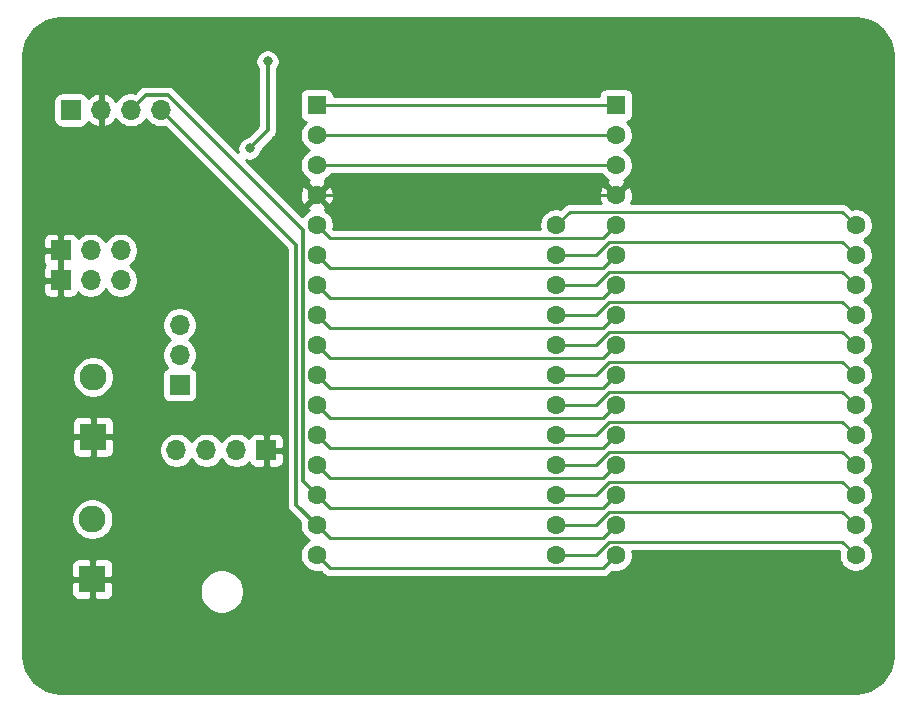
<source format=gbr>
G04 #@! TF.GenerationSoftware,KiCad,Pcbnew,(5.1.5)-3*
G04 #@! TF.CreationDate,2021-12-12T15:23:53-06:00*
G04 #@! TF.ProjectId,RCFeatherControl,52434665-6174-4686-9572-436f6e74726f,rev?*
G04 #@! TF.SameCoordinates,Original*
G04 #@! TF.FileFunction,Copper,L2,Bot*
G04 #@! TF.FilePolarity,Positive*
%FSLAX46Y46*%
G04 Gerber Fmt 4.6, Leading zero omitted, Abs format (unit mm)*
G04 Created by KiCad (PCBNEW (5.1.5)-3) date 2021-12-12 15:23:53*
%MOMM*%
%LPD*%
G04 APERTURE LIST*
%ADD10R,1.700000X1.700000*%
%ADD11O,1.700000X1.700000*%
%ADD12C,1.600000*%
%ADD13R,1.600000X1.600000*%
%ADD14R,2.286000X2.286000*%
%ADD15C,2.286000*%
%ADD16C,0.800000*%
%ADD17C,0.250000*%
%ADD18C,0.360000*%
%ADD19C,0.254000*%
G04 APERTURE END LIST*
D10*
X136812800Y-131219160D03*
D11*
X134272800Y-131219160D03*
X131732800Y-131219160D03*
X129192800Y-131219160D03*
D12*
X141067940Y-135028940D03*
X141067940Y-132488940D03*
X141067940Y-129948940D03*
X141067940Y-127408940D03*
X141067940Y-124868940D03*
X141067940Y-122328940D03*
X141067940Y-119788940D03*
X141067940Y-117248940D03*
X141067940Y-114708940D03*
X141067940Y-112168940D03*
X141067940Y-109628940D03*
X141067940Y-107088940D03*
X141067940Y-104548940D03*
D13*
X141067940Y-102008940D03*
D12*
X161367940Y-140108940D03*
X161367940Y-137568940D03*
X161367940Y-135028940D03*
X161367940Y-132488940D03*
X161367940Y-129948940D03*
X161367940Y-127408940D03*
X161367940Y-124868940D03*
X161367940Y-122328940D03*
X161367940Y-119788940D03*
X161367940Y-117248940D03*
X161367940Y-114708940D03*
X161367940Y-112168940D03*
X141067940Y-137568940D03*
X141067940Y-140108940D03*
D14*
X122074940Y-142138400D03*
D15*
X122074940Y-137058400D03*
D12*
X166397940Y-135028940D03*
X166397940Y-132488940D03*
X166397940Y-129948940D03*
X166397940Y-127408940D03*
X166397940Y-124868940D03*
X166397940Y-122328940D03*
X166397940Y-119788940D03*
X166397940Y-117248940D03*
X166397940Y-114708940D03*
X166397940Y-112168940D03*
X166397940Y-109628940D03*
X166397940Y-107088940D03*
X166397940Y-104548940D03*
D13*
X166397940Y-102008940D03*
D12*
X186697940Y-140108940D03*
X186697940Y-137568940D03*
X186697940Y-135028940D03*
X186697940Y-132488940D03*
X186697940Y-129948940D03*
X186697940Y-127408940D03*
X186697940Y-124868940D03*
X186697940Y-122328940D03*
X186697940Y-119788940D03*
X186697940Y-117248940D03*
X186697940Y-114708940D03*
X186697940Y-112168940D03*
X166397940Y-137568940D03*
X166397940Y-140108940D03*
D10*
X119380000Y-114300000D03*
D11*
X121920000Y-114300000D03*
X124460000Y-114300000D03*
X124460000Y-116840000D03*
X121920000Y-116840000D03*
D10*
X119380000Y-116840000D03*
D14*
X122130820Y-130096260D03*
D15*
X122130820Y-125016260D03*
D10*
X120269000Y-102412800D03*
D11*
X122809000Y-102412800D03*
X125349000Y-102412800D03*
X127889000Y-102412800D03*
D10*
X129458720Y-125684280D03*
D11*
X129458720Y-123144280D03*
X129458720Y-120604280D03*
D16*
X136906000Y-98298000D03*
X135382000Y-105664000D03*
D17*
X185572939Y-116123939D02*
X186697940Y-117248940D01*
X165857939Y-116123939D02*
X185572939Y-116123939D01*
X164732938Y-117248940D02*
X165857939Y-116123939D01*
X161367940Y-117248940D02*
X164732938Y-117248940D01*
X166397940Y-109628940D02*
X141067940Y-109628940D01*
X141067940Y-104548940D02*
X166397940Y-104548940D01*
X185572939Y-138983939D02*
X186697940Y-140108940D01*
X165857939Y-138983939D02*
X185572939Y-138983939D01*
X164732938Y-140108940D02*
X165857939Y-138983939D01*
X161367940Y-140108940D02*
X164732938Y-140108940D01*
D18*
X136906000Y-98298000D02*
X136906000Y-104140000D01*
X136906000Y-104140000D02*
X135382000Y-105664000D01*
D17*
X185572939Y-136443939D02*
X186697940Y-137568940D01*
X165857939Y-136443939D02*
X185572939Y-136443939D01*
X164732938Y-137568940D02*
X165857939Y-136443939D01*
X161367940Y-137568940D02*
X164732938Y-137568940D01*
X185572939Y-126283939D02*
X186697940Y-127408940D01*
X165857939Y-126283939D02*
X185572939Y-126283939D01*
X164732938Y-127408940D02*
X165857939Y-126283939D01*
X161367940Y-127408940D02*
X164732938Y-127408940D01*
X185572939Y-128823939D02*
X186697940Y-129948940D01*
X165857939Y-128823939D02*
X185572939Y-128823939D01*
X164732938Y-129948940D02*
X165857939Y-128823939D01*
X161367940Y-129948940D02*
X164732938Y-129948940D01*
X185572939Y-118663939D02*
X186697940Y-119788940D01*
X165857939Y-118663939D02*
X185572939Y-118663939D01*
X164732938Y-119788940D02*
X165857939Y-118663939D01*
X161367940Y-119788940D02*
X164732938Y-119788940D01*
X185572939Y-121203939D02*
X186697940Y-122328940D01*
X165857939Y-121203939D02*
X185572939Y-121203939D01*
X164732938Y-122328940D02*
X165857939Y-121203939D01*
X161367940Y-122328940D02*
X164732938Y-122328940D01*
X165272939Y-133613941D02*
X166397940Y-132488940D01*
X142192941Y-133613941D02*
X165272939Y-133613941D01*
X141067940Y-132488940D02*
X142192941Y-133613941D01*
X142192941Y-131073941D02*
X165272939Y-131073941D01*
X165272939Y-131073941D02*
X166397940Y-129948940D01*
X141067940Y-129948940D02*
X142192941Y-131073941D01*
X165272939Y-128533941D02*
X166397940Y-127408940D01*
X142192941Y-128533941D02*
X165272939Y-128533941D01*
X141067940Y-127408940D02*
X142192941Y-128533941D01*
X165272939Y-120913941D02*
X166397940Y-119788940D01*
X142192941Y-120913941D02*
X165272939Y-120913941D01*
X141067940Y-119788940D02*
X142192941Y-120913941D01*
X165272939Y-118373941D02*
X166397940Y-117248940D01*
X142192941Y-118373941D02*
X165272939Y-118373941D01*
X141067940Y-117248940D02*
X142192941Y-118373941D01*
X141067940Y-107088940D02*
X166397940Y-107088940D01*
X141067940Y-102008940D02*
X166397940Y-102008940D01*
X185572939Y-133903939D02*
X186697940Y-135028940D01*
X165857939Y-133903939D02*
X185572939Y-133903939D01*
X164732938Y-135028940D02*
X165857939Y-133903939D01*
X161367940Y-135028940D02*
X164732938Y-135028940D01*
X185572939Y-131363939D02*
X186697940Y-132488940D01*
X165857939Y-131363939D02*
X185572939Y-131363939D01*
X164732938Y-132488940D02*
X165857939Y-131363939D01*
X161367940Y-132488940D02*
X164732938Y-132488940D01*
X185572939Y-123743939D02*
X186697940Y-124868940D01*
X165857939Y-123743939D02*
X185572939Y-123743939D01*
X164732938Y-124868940D02*
X165857939Y-123743939D01*
X161367940Y-124868940D02*
X164732938Y-124868940D01*
X185572939Y-113583939D02*
X186697940Y-114708940D01*
X165857939Y-113583939D02*
X185572939Y-113583939D01*
X164732938Y-114708940D02*
X165857939Y-113583939D01*
X161367940Y-114708940D02*
X164732938Y-114708940D01*
X161367940Y-112168940D02*
X162492941Y-111043939D01*
X185572939Y-111043939D02*
X186697940Y-112168940D01*
X162492941Y-111043939D02*
X185572939Y-111043939D01*
X165272939Y-138693941D02*
X166397940Y-137568940D01*
X142192941Y-138693941D02*
X165272939Y-138693941D01*
X141067940Y-137568940D02*
X142192941Y-138693941D01*
D18*
X128738999Y-103262799D02*
X127889000Y-102412800D01*
X139327929Y-113851729D02*
X128738999Y-103262799D01*
X139327929Y-135828929D02*
X139327929Y-113851729D01*
X141067940Y-137568940D02*
X139327929Y-135828929D01*
D17*
X165272939Y-141233941D02*
X166397940Y-140108940D01*
X142192941Y-141233941D02*
X165272939Y-141233941D01*
X141067940Y-140108940D02*
X142192941Y-141233941D01*
X165272939Y-136153941D02*
X166397940Y-135028940D01*
X142192941Y-136153941D02*
X165272939Y-136153941D01*
X141067940Y-135028940D02*
X142192941Y-136153941D01*
D18*
X128479401Y-101182799D02*
X126579001Y-101182799D01*
X126198999Y-101562801D02*
X125349000Y-102412800D01*
X139887939Y-112591337D02*
X128479401Y-101182799D01*
X126579001Y-101182799D02*
X126198999Y-101562801D01*
X139887939Y-133848939D02*
X139887939Y-112591337D01*
X141067940Y-135028940D02*
X139887939Y-133848939D01*
D17*
X165272939Y-125993941D02*
X166397940Y-124868940D01*
X142192941Y-125993941D02*
X165272939Y-125993941D01*
X141067940Y-124868940D02*
X142192941Y-125993941D01*
X165272939Y-123453941D02*
X166397940Y-122328940D01*
X142192941Y-123453941D02*
X165272939Y-123453941D01*
X141067940Y-122328940D02*
X142192941Y-123453941D01*
X165272939Y-115833941D02*
X166397940Y-114708940D01*
X142192941Y-115833941D02*
X165272939Y-115833941D01*
X141067940Y-114708940D02*
X142192941Y-115833941D01*
X165272939Y-113293941D02*
X166397940Y-112168940D01*
X142192941Y-113293941D02*
X165272939Y-113293941D01*
X141067940Y-112168940D02*
X142192941Y-113293941D01*
D19*
G36*
X187301222Y-94703096D02*
G01*
X187889164Y-94880606D01*
X188431436Y-95168937D01*
X188907364Y-95557094D01*
X189298845Y-96030314D01*
X189590951Y-96570552D01*
X189772563Y-97157244D01*
X189840001Y-97798888D01*
X189840000Y-148557721D01*
X189776904Y-149201221D01*
X189599394Y-149789164D01*
X189311063Y-150331436D01*
X188922906Y-150807364D01*
X188449686Y-151198845D01*
X187909449Y-151490950D01*
X187322756Y-151672563D01*
X186681130Y-151740000D01*
X119412279Y-151740000D01*
X118768779Y-151676904D01*
X118180836Y-151499394D01*
X117638564Y-151211063D01*
X117162636Y-150822906D01*
X116771155Y-150349686D01*
X116479050Y-149809449D01*
X116297437Y-149222756D01*
X116230000Y-148581130D01*
X116230000Y-143281400D01*
X120293868Y-143281400D01*
X120306128Y-143405882D01*
X120342438Y-143525580D01*
X120401403Y-143635894D01*
X120480755Y-143732585D01*
X120577446Y-143811937D01*
X120687760Y-143870902D01*
X120807458Y-143907212D01*
X120931940Y-143919472D01*
X121789190Y-143916400D01*
X121947940Y-143757650D01*
X121947940Y-142265400D01*
X122201940Y-142265400D01*
X122201940Y-143757650D01*
X122360690Y-143916400D01*
X123217940Y-143919472D01*
X123342422Y-143907212D01*
X123462120Y-143870902D01*
X123572434Y-143811937D01*
X123669125Y-143732585D01*
X123748477Y-143635894D01*
X123807442Y-143525580D01*
X123843752Y-143405882D01*
X123856012Y-143281400D01*
X123854977Y-142992504D01*
X131155900Y-142992504D01*
X131155900Y-143363816D01*
X131228339Y-143727994D01*
X131370434Y-144071042D01*
X131576725Y-144379778D01*
X131839282Y-144642335D01*
X132148018Y-144848626D01*
X132491066Y-144990721D01*
X132855244Y-145063160D01*
X133226556Y-145063160D01*
X133590734Y-144990721D01*
X133933782Y-144848626D01*
X134242518Y-144642335D01*
X134505075Y-144379778D01*
X134711366Y-144071042D01*
X134853461Y-143727994D01*
X134925900Y-143363816D01*
X134925900Y-142992504D01*
X134853461Y-142628326D01*
X134711366Y-142285278D01*
X134505075Y-141976542D01*
X134242518Y-141713985D01*
X133933782Y-141507694D01*
X133590734Y-141365599D01*
X133226556Y-141293160D01*
X132855244Y-141293160D01*
X132491066Y-141365599D01*
X132148018Y-141507694D01*
X131839282Y-141713985D01*
X131576725Y-141976542D01*
X131370434Y-142285278D01*
X131228339Y-142628326D01*
X131155900Y-142992504D01*
X123854977Y-142992504D01*
X123852940Y-142424150D01*
X123694190Y-142265400D01*
X122201940Y-142265400D01*
X121947940Y-142265400D01*
X120455690Y-142265400D01*
X120296940Y-142424150D01*
X120293868Y-143281400D01*
X116230000Y-143281400D01*
X116230000Y-140995400D01*
X120293868Y-140995400D01*
X120296940Y-141852650D01*
X120455690Y-142011400D01*
X121947940Y-142011400D01*
X121947940Y-140519150D01*
X122201940Y-140519150D01*
X122201940Y-142011400D01*
X123694190Y-142011400D01*
X123852940Y-141852650D01*
X123856012Y-140995400D01*
X123843752Y-140870918D01*
X123807442Y-140751220D01*
X123748477Y-140640906D01*
X123669125Y-140544215D01*
X123572434Y-140464863D01*
X123462120Y-140405898D01*
X123342422Y-140369588D01*
X123217940Y-140357328D01*
X122360690Y-140360400D01*
X122201940Y-140519150D01*
X121947940Y-140519150D01*
X121789190Y-140360400D01*
X120931940Y-140357328D01*
X120807458Y-140369588D01*
X120687760Y-140405898D01*
X120577446Y-140464863D01*
X120480755Y-140544215D01*
X120401403Y-140640906D01*
X120342438Y-140751220D01*
X120306128Y-140870918D01*
X120293868Y-140995400D01*
X116230000Y-140995400D01*
X116230000Y-136883282D01*
X120296940Y-136883282D01*
X120296940Y-137233518D01*
X120365268Y-137577023D01*
X120499297Y-137900599D01*
X120693877Y-138191809D01*
X120941531Y-138439463D01*
X121232741Y-138634043D01*
X121556317Y-138768072D01*
X121899822Y-138836400D01*
X122250058Y-138836400D01*
X122593563Y-138768072D01*
X122917139Y-138634043D01*
X123208349Y-138439463D01*
X123456003Y-138191809D01*
X123650583Y-137900599D01*
X123784612Y-137577023D01*
X123852940Y-137233518D01*
X123852940Y-136883282D01*
X123784612Y-136539777D01*
X123650583Y-136216201D01*
X123456003Y-135924991D01*
X123208349Y-135677337D01*
X122917139Y-135482757D01*
X122593563Y-135348728D01*
X122250058Y-135280400D01*
X121899822Y-135280400D01*
X121556317Y-135348728D01*
X121232741Y-135482757D01*
X120941531Y-135677337D01*
X120693877Y-135924991D01*
X120499297Y-136216201D01*
X120365268Y-136539777D01*
X120296940Y-136883282D01*
X116230000Y-136883282D01*
X116230000Y-131239260D01*
X120349748Y-131239260D01*
X120362008Y-131363742D01*
X120398318Y-131483440D01*
X120457283Y-131593754D01*
X120536635Y-131690445D01*
X120633326Y-131769797D01*
X120743640Y-131828762D01*
X120863338Y-131865072D01*
X120987820Y-131877332D01*
X121845070Y-131874260D01*
X122003820Y-131715510D01*
X122003820Y-130223260D01*
X122257820Y-130223260D01*
X122257820Y-131715510D01*
X122416570Y-131874260D01*
X123273820Y-131877332D01*
X123398302Y-131865072D01*
X123518000Y-131828762D01*
X123628314Y-131769797D01*
X123725005Y-131690445D01*
X123804357Y-131593754D01*
X123863322Y-131483440D01*
X123899632Y-131363742D01*
X123911892Y-131239260D01*
X123911296Y-131072900D01*
X127707800Y-131072900D01*
X127707800Y-131365420D01*
X127764868Y-131652318D01*
X127876810Y-131922571D01*
X128039325Y-132165792D01*
X128246168Y-132372635D01*
X128489389Y-132535150D01*
X128759642Y-132647092D01*
X129046540Y-132704160D01*
X129339060Y-132704160D01*
X129625958Y-132647092D01*
X129896211Y-132535150D01*
X130139432Y-132372635D01*
X130346275Y-132165792D01*
X130462800Y-131991400D01*
X130579325Y-132165792D01*
X130786168Y-132372635D01*
X131029389Y-132535150D01*
X131299642Y-132647092D01*
X131586540Y-132704160D01*
X131879060Y-132704160D01*
X132165958Y-132647092D01*
X132436211Y-132535150D01*
X132679432Y-132372635D01*
X132886275Y-132165792D01*
X133002800Y-131991400D01*
X133119325Y-132165792D01*
X133326168Y-132372635D01*
X133569389Y-132535150D01*
X133839642Y-132647092D01*
X134126540Y-132704160D01*
X134419060Y-132704160D01*
X134705958Y-132647092D01*
X134976211Y-132535150D01*
X135219432Y-132372635D01*
X135351287Y-132240780D01*
X135373298Y-132313340D01*
X135432263Y-132423654D01*
X135511615Y-132520345D01*
X135608306Y-132599697D01*
X135718620Y-132658662D01*
X135838318Y-132694972D01*
X135962800Y-132707232D01*
X136527050Y-132704160D01*
X136685800Y-132545410D01*
X136685800Y-131346160D01*
X136939800Y-131346160D01*
X136939800Y-132545410D01*
X137098550Y-132704160D01*
X137662800Y-132707232D01*
X137787282Y-132694972D01*
X137906980Y-132658662D01*
X138017294Y-132599697D01*
X138113985Y-132520345D01*
X138193337Y-132423654D01*
X138252302Y-132313340D01*
X138288612Y-132193642D01*
X138300872Y-132069160D01*
X138297800Y-131504910D01*
X138139050Y-131346160D01*
X136939800Y-131346160D01*
X136685800Y-131346160D01*
X136665800Y-131346160D01*
X136665800Y-131092160D01*
X136685800Y-131092160D01*
X136685800Y-129892910D01*
X136939800Y-129892910D01*
X136939800Y-131092160D01*
X138139050Y-131092160D01*
X138297800Y-130933410D01*
X138300872Y-130369160D01*
X138288612Y-130244678D01*
X138252302Y-130124980D01*
X138193337Y-130014666D01*
X138113985Y-129917975D01*
X138017294Y-129838623D01*
X137906980Y-129779658D01*
X137787282Y-129743348D01*
X137662800Y-129731088D01*
X137098550Y-129734160D01*
X136939800Y-129892910D01*
X136685800Y-129892910D01*
X136527050Y-129734160D01*
X135962800Y-129731088D01*
X135838318Y-129743348D01*
X135718620Y-129779658D01*
X135608306Y-129838623D01*
X135511615Y-129917975D01*
X135432263Y-130014666D01*
X135373298Y-130124980D01*
X135351287Y-130197540D01*
X135219432Y-130065685D01*
X134976211Y-129903170D01*
X134705958Y-129791228D01*
X134419060Y-129734160D01*
X134126540Y-129734160D01*
X133839642Y-129791228D01*
X133569389Y-129903170D01*
X133326168Y-130065685D01*
X133119325Y-130272528D01*
X133002800Y-130446920D01*
X132886275Y-130272528D01*
X132679432Y-130065685D01*
X132436211Y-129903170D01*
X132165958Y-129791228D01*
X131879060Y-129734160D01*
X131586540Y-129734160D01*
X131299642Y-129791228D01*
X131029389Y-129903170D01*
X130786168Y-130065685D01*
X130579325Y-130272528D01*
X130462800Y-130446920D01*
X130346275Y-130272528D01*
X130139432Y-130065685D01*
X129896211Y-129903170D01*
X129625958Y-129791228D01*
X129339060Y-129734160D01*
X129046540Y-129734160D01*
X128759642Y-129791228D01*
X128489389Y-129903170D01*
X128246168Y-130065685D01*
X128039325Y-130272528D01*
X127876810Y-130515749D01*
X127764868Y-130786002D01*
X127707800Y-131072900D01*
X123911296Y-131072900D01*
X123908820Y-130382010D01*
X123750070Y-130223260D01*
X122257820Y-130223260D01*
X122003820Y-130223260D01*
X120511570Y-130223260D01*
X120352820Y-130382010D01*
X120349748Y-131239260D01*
X116230000Y-131239260D01*
X116230000Y-128953260D01*
X120349748Y-128953260D01*
X120352820Y-129810510D01*
X120511570Y-129969260D01*
X122003820Y-129969260D01*
X122003820Y-128477010D01*
X122257820Y-128477010D01*
X122257820Y-129969260D01*
X123750070Y-129969260D01*
X123908820Y-129810510D01*
X123911892Y-128953260D01*
X123899632Y-128828778D01*
X123863322Y-128709080D01*
X123804357Y-128598766D01*
X123725005Y-128502075D01*
X123628314Y-128422723D01*
X123518000Y-128363758D01*
X123398302Y-128327448D01*
X123273820Y-128315188D01*
X122416570Y-128318260D01*
X122257820Y-128477010D01*
X122003820Y-128477010D01*
X121845070Y-128318260D01*
X120987820Y-128315188D01*
X120863338Y-128327448D01*
X120743640Y-128363758D01*
X120633326Y-128422723D01*
X120536635Y-128502075D01*
X120457283Y-128598766D01*
X120398318Y-128709080D01*
X120362008Y-128828778D01*
X120349748Y-128953260D01*
X116230000Y-128953260D01*
X116230000Y-124841142D01*
X120352820Y-124841142D01*
X120352820Y-125191378D01*
X120421148Y-125534883D01*
X120555177Y-125858459D01*
X120749757Y-126149669D01*
X120997411Y-126397323D01*
X121288621Y-126591903D01*
X121612197Y-126725932D01*
X121955702Y-126794260D01*
X122305938Y-126794260D01*
X122649443Y-126725932D01*
X122973019Y-126591903D01*
X123264229Y-126397323D01*
X123511883Y-126149669D01*
X123706463Y-125858459D01*
X123840492Y-125534883D01*
X123908820Y-125191378D01*
X123908820Y-124841142D01*
X123907456Y-124834280D01*
X127970648Y-124834280D01*
X127970648Y-126534280D01*
X127982908Y-126658762D01*
X128019218Y-126778460D01*
X128078183Y-126888774D01*
X128157535Y-126985465D01*
X128254226Y-127064817D01*
X128364540Y-127123782D01*
X128484238Y-127160092D01*
X128608720Y-127172352D01*
X130308720Y-127172352D01*
X130433202Y-127160092D01*
X130552900Y-127123782D01*
X130663214Y-127064817D01*
X130759905Y-126985465D01*
X130839257Y-126888774D01*
X130898222Y-126778460D01*
X130934532Y-126658762D01*
X130946792Y-126534280D01*
X130946792Y-124834280D01*
X130934532Y-124709798D01*
X130898222Y-124590100D01*
X130839257Y-124479786D01*
X130759905Y-124383095D01*
X130663214Y-124303743D01*
X130552900Y-124244778D01*
X130480340Y-124222767D01*
X130612195Y-124090912D01*
X130774710Y-123847691D01*
X130886652Y-123577438D01*
X130943720Y-123290540D01*
X130943720Y-122998020D01*
X130886652Y-122711122D01*
X130774710Y-122440869D01*
X130612195Y-122197648D01*
X130405352Y-121990805D01*
X130230960Y-121874280D01*
X130405352Y-121757755D01*
X130612195Y-121550912D01*
X130774710Y-121307691D01*
X130886652Y-121037438D01*
X130943720Y-120750540D01*
X130943720Y-120458020D01*
X130886652Y-120171122D01*
X130774710Y-119900869D01*
X130612195Y-119657648D01*
X130405352Y-119450805D01*
X130162131Y-119288290D01*
X129891878Y-119176348D01*
X129604980Y-119119280D01*
X129312460Y-119119280D01*
X129025562Y-119176348D01*
X128755309Y-119288290D01*
X128512088Y-119450805D01*
X128305245Y-119657648D01*
X128142730Y-119900869D01*
X128030788Y-120171122D01*
X127973720Y-120458020D01*
X127973720Y-120750540D01*
X128030788Y-121037438D01*
X128142730Y-121307691D01*
X128305245Y-121550912D01*
X128512088Y-121757755D01*
X128686480Y-121874280D01*
X128512088Y-121990805D01*
X128305245Y-122197648D01*
X128142730Y-122440869D01*
X128030788Y-122711122D01*
X127973720Y-122998020D01*
X127973720Y-123290540D01*
X128030788Y-123577438D01*
X128142730Y-123847691D01*
X128305245Y-124090912D01*
X128437100Y-124222767D01*
X128364540Y-124244778D01*
X128254226Y-124303743D01*
X128157535Y-124383095D01*
X128078183Y-124479786D01*
X128019218Y-124590100D01*
X127982908Y-124709798D01*
X127970648Y-124834280D01*
X123907456Y-124834280D01*
X123840492Y-124497637D01*
X123706463Y-124174061D01*
X123511883Y-123882851D01*
X123264229Y-123635197D01*
X122973019Y-123440617D01*
X122649443Y-123306588D01*
X122305938Y-123238260D01*
X121955702Y-123238260D01*
X121612197Y-123306588D01*
X121288621Y-123440617D01*
X120997411Y-123635197D01*
X120749757Y-123882851D01*
X120555177Y-124174061D01*
X120421148Y-124497637D01*
X120352820Y-124841142D01*
X116230000Y-124841142D01*
X116230000Y-117690000D01*
X117891928Y-117690000D01*
X117904188Y-117814482D01*
X117940498Y-117934180D01*
X117999463Y-118044494D01*
X118078815Y-118141185D01*
X118175506Y-118220537D01*
X118285820Y-118279502D01*
X118405518Y-118315812D01*
X118530000Y-118328072D01*
X119094250Y-118325000D01*
X119253000Y-118166250D01*
X119253000Y-116967000D01*
X118053750Y-116967000D01*
X117895000Y-117125750D01*
X117891928Y-117690000D01*
X116230000Y-117690000D01*
X116230000Y-115150000D01*
X117891928Y-115150000D01*
X117904188Y-115274482D01*
X117940498Y-115394180D01*
X117999463Y-115504494D01*
X118053222Y-115570000D01*
X117999463Y-115635506D01*
X117940498Y-115745820D01*
X117904188Y-115865518D01*
X117891928Y-115990000D01*
X117895000Y-116554250D01*
X118053750Y-116713000D01*
X119253000Y-116713000D01*
X119253000Y-114427000D01*
X118053750Y-114427000D01*
X117895000Y-114585750D01*
X117891928Y-115150000D01*
X116230000Y-115150000D01*
X116230000Y-113450000D01*
X117891928Y-113450000D01*
X117895000Y-114014250D01*
X118053750Y-114173000D01*
X119253000Y-114173000D01*
X119253000Y-112973750D01*
X119507000Y-112973750D01*
X119507000Y-114173000D01*
X119527000Y-114173000D01*
X119527000Y-114427000D01*
X119507000Y-114427000D01*
X119507000Y-116713000D01*
X119527000Y-116713000D01*
X119527000Y-116967000D01*
X119507000Y-116967000D01*
X119507000Y-118166250D01*
X119665750Y-118325000D01*
X120230000Y-118328072D01*
X120354482Y-118315812D01*
X120474180Y-118279502D01*
X120584494Y-118220537D01*
X120681185Y-118141185D01*
X120760537Y-118044494D01*
X120819502Y-117934180D01*
X120841513Y-117861620D01*
X120973368Y-117993475D01*
X121216589Y-118155990D01*
X121486842Y-118267932D01*
X121773740Y-118325000D01*
X122066260Y-118325000D01*
X122353158Y-118267932D01*
X122623411Y-118155990D01*
X122866632Y-117993475D01*
X123073475Y-117786632D01*
X123190000Y-117612240D01*
X123306525Y-117786632D01*
X123513368Y-117993475D01*
X123756589Y-118155990D01*
X124026842Y-118267932D01*
X124313740Y-118325000D01*
X124606260Y-118325000D01*
X124893158Y-118267932D01*
X125163411Y-118155990D01*
X125406632Y-117993475D01*
X125613475Y-117786632D01*
X125775990Y-117543411D01*
X125887932Y-117273158D01*
X125945000Y-116986260D01*
X125945000Y-116693740D01*
X125887932Y-116406842D01*
X125775990Y-116136589D01*
X125613475Y-115893368D01*
X125406632Y-115686525D01*
X125232240Y-115570000D01*
X125406632Y-115453475D01*
X125613475Y-115246632D01*
X125775990Y-115003411D01*
X125887932Y-114733158D01*
X125945000Y-114446260D01*
X125945000Y-114153740D01*
X125887932Y-113866842D01*
X125775990Y-113596589D01*
X125613475Y-113353368D01*
X125406632Y-113146525D01*
X125163411Y-112984010D01*
X124893158Y-112872068D01*
X124606260Y-112815000D01*
X124313740Y-112815000D01*
X124026842Y-112872068D01*
X123756589Y-112984010D01*
X123513368Y-113146525D01*
X123306525Y-113353368D01*
X123190000Y-113527760D01*
X123073475Y-113353368D01*
X122866632Y-113146525D01*
X122623411Y-112984010D01*
X122353158Y-112872068D01*
X122066260Y-112815000D01*
X121773740Y-112815000D01*
X121486842Y-112872068D01*
X121216589Y-112984010D01*
X120973368Y-113146525D01*
X120841513Y-113278380D01*
X120819502Y-113205820D01*
X120760537Y-113095506D01*
X120681185Y-112998815D01*
X120584494Y-112919463D01*
X120474180Y-112860498D01*
X120354482Y-112824188D01*
X120230000Y-112811928D01*
X119665750Y-112815000D01*
X119507000Y-112973750D01*
X119253000Y-112973750D01*
X119094250Y-112815000D01*
X118530000Y-112811928D01*
X118405518Y-112824188D01*
X118285820Y-112860498D01*
X118175506Y-112919463D01*
X118078815Y-112998815D01*
X117999463Y-113095506D01*
X117940498Y-113205820D01*
X117904188Y-113325518D01*
X117891928Y-113450000D01*
X116230000Y-113450000D01*
X116230000Y-101562800D01*
X118780928Y-101562800D01*
X118780928Y-103262800D01*
X118793188Y-103387282D01*
X118829498Y-103506980D01*
X118888463Y-103617294D01*
X118967815Y-103713985D01*
X119064506Y-103793337D01*
X119174820Y-103852302D01*
X119294518Y-103888612D01*
X119419000Y-103900872D01*
X121119000Y-103900872D01*
X121243482Y-103888612D01*
X121363180Y-103852302D01*
X121473494Y-103793337D01*
X121570185Y-103713985D01*
X121649537Y-103617294D01*
X121708502Y-103506980D01*
X121732966Y-103426334D01*
X121808731Y-103510388D01*
X122042080Y-103684441D01*
X122304901Y-103809625D01*
X122452110Y-103854276D01*
X122682000Y-103732955D01*
X122682000Y-102539800D01*
X122662000Y-102539800D01*
X122662000Y-102285800D01*
X122682000Y-102285800D01*
X122682000Y-101092645D01*
X122936000Y-101092645D01*
X122936000Y-102285800D01*
X122956000Y-102285800D01*
X122956000Y-102539800D01*
X122936000Y-102539800D01*
X122936000Y-103732955D01*
X123165890Y-103854276D01*
X123313099Y-103809625D01*
X123575920Y-103684441D01*
X123809269Y-103510388D01*
X124004178Y-103294155D01*
X124073805Y-103177266D01*
X124195525Y-103359432D01*
X124402368Y-103566275D01*
X124645589Y-103728790D01*
X124915842Y-103840732D01*
X125202740Y-103897800D01*
X125495260Y-103897800D01*
X125782158Y-103840732D01*
X126052411Y-103728790D01*
X126295632Y-103566275D01*
X126502475Y-103359432D01*
X126619000Y-103185040D01*
X126735525Y-103359432D01*
X126942368Y-103566275D01*
X127185589Y-103728790D01*
X127455842Y-103840732D01*
X127742740Y-103897800D01*
X128035260Y-103897800D01*
X128190531Y-103866915D01*
X128191014Y-103867398D01*
X128191020Y-103867403D01*
X138512930Y-114189314D01*
X138512929Y-135788906D01*
X138508987Y-135828929D01*
X138512929Y-135868952D01*
X138512929Y-135868961D01*
X138524722Y-135988696D01*
X138571324Y-136142324D01*
X138596320Y-136189087D01*
X138647003Y-136283909D01*
X138662611Y-136302927D01*
X138748849Y-136408009D01*
X138779949Y-136433532D01*
X139656347Y-137309931D01*
X139632940Y-137427605D01*
X139632940Y-137710275D01*
X139688087Y-137987514D01*
X139796260Y-138248667D01*
X139953303Y-138483699D01*
X140153181Y-138683577D01*
X140385699Y-138838940D01*
X140153181Y-138994303D01*
X139953303Y-139194181D01*
X139796260Y-139429213D01*
X139688087Y-139690366D01*
X139632940Y-139967605D01*
X139632940Y-140250275D01*
X139688087Y-140527514D01*
X139796260Y-140788667D01*
X139953303Y-141023699D01*
X140153181Y-141223577D01*
X140388213Y-141380620D01*
X140649366Y-141488793D01*
X140926605Y-141543940D01*
X141209275Y-141543940D01*
X141391826Y-141507628D01*
X141629142Y-141744944D01*
X141652940Y-141773942D01*
X141768665Y-141868915D01*
X141900694Y-141939487D01*
X142043955Y-141982944D01*
X142155608Y-141993941D01*
X142155616Y-141993941D01*
X142192941Y-141997617D01*
X142230266Y-141993941D01*
X165235617Y-141993941D01*
X165272939Y-141997617D01*
X165310261Y-141993941D01*
X165310272Y-141993941D01*
X165421925Y-141982944D01*
X165565186Y-141939487D01*
X165697215Y-141868915D01*
X165812940Y-141773942D01*
X165836743Y-141744939D01*
X166074053Y-141507628D01*
X166256605Y-141543940D01*
X166539275Y-141543940D01*
X166816514Y-141488793D01*
X167077667Y-141380620D01*
X167312699Y-141223577D01*
X167512577Y-141023699D01*
X167669620Y-140788667D01*
X167777793Y-140527514D01*
X167832940Y-140250275D01*
X167832940Y-139967605D01*
X167788449Y-139743939D01*
X185258138Y-139743939D01*
X185299252Y-139785053D01*
X185262940Y-139967605D01*
X185262940Y-140250275D01*
X185318087Y-140527514D01*
X185426260Y-140788667D01*
X185583303Y-141023699D01*
X185783181Y-141223577D01*
X186018213Y-141380620D01*
X186279366Y-141488793D01*
X186556605Y-141543940D01*
X186839275Y-141543940D01*
X187116514Y-141488793D01*
X187377667Y-141380620D01*
X187612699Y-141223577D01*
X187812577Y-141023699D01*
X187969620Y-140788667D01*
X188077793Y-140527514D01*
X188132940Y-140250275D01*
X188132940Y-139967605D01*
X188077793Y-139690366D01*
X187969620Y-139429213D01*
X187812577Y-139194181D01*
X187612699Y-138994303D01*
X187380181Y-138838940D01*
X187612699Y-138683577D01*
X187812577Y-138483699D01*
X187969620Y-138248667D01*
X188077793Y-137987514D01*
X188132940Y-137710275D01*
X188132940Y-137427605D01*
X188077793Y-137150366D01*
X187969620Y-136889213D01*
X187812577Y-136654181D01*
X187612699Y-136454303D01*
X187380181Y-136298940D01*
X187612699Y-136143577D01*
X187812577Y-135943699D01*
X187969620Y-135708667D01*
X188077793Y-135447514D01*
X188132940Y-135170275D01*
X188132940Y-134887605D01*
X188077793Y-134610366D01*
X187969620Y-134349213D01*
X187812577Y-134114181D01*
X187612699Y-133914303D01*
X187380181Y-133758940D01*
X187612699Y-133603577D01*
X187812577Y-133403699D01*
X187969620Y-133168667D01*
X188077793Y-132907514D01*
X188132940Y-132630275D01*
X188132940Y-132347605D01*
X188077793Y-132070366D01*
X187969620Y-131809213D01*
X187812577Y-131574181D01*
X187612699Y-131374303D01*
X187380181Y-131218940D01*
X187612699Y-131063577D01*
X187812577Y-130863699D01*
X187969620Y-130628667D01*
X188077793Y-130367514D01*
X188132940Y-130090275D01*
X188132940Y-129807605D01*
X188077793Y-129530366D01*
X187969620Y-129269213D01*
X187812577Y-129034181D01*
X187612699Y-128834303D01*
X187380181Y-128678940D01*
X187612699Y-128523577D01*
X187812577Y-128323699D01*
X187969620Y-128088667D01*
X188077793Y-127827514D01*
X188132940Y-127550275D01*
X188132940Y-127267605D01*
X188077793Y-126990366D01*
X187969620Y-126729213D01*
X187812577Y-126494181D01*
X187612699Y-126294303D01*
X187380181Y-126138940D01*
X187612699Y-125983577D01*
X187812577Y-125783699D01*
X187969620Y-125548667D01*
X188077793Y-125287514D01*
X188132940Y-125010275D01*
X188132940Y-124727605D01*
X188077793Y-124450366D01*
X187969620Y-124189213D01*
X187812577Y-123954181D01*
X187612699Y-123754303D01*
X187380181Y-123598940D01*
X187612699Y-123443577D01*
X187812577Y-123243699D01*
X187969620Y-123008667D01*
X188077793Y-122747514D01*
X188132940Y-122470275D01*
X188132940Y-122187605D01*
X188077793Y-121910366D01*
X187969620Y-121649213D01*
X187812577Y-121414181D01*
X187612699Y-121214303D01*
X187380181Y-121058940D01*
X187612699Y-120903577D01*
X187812577Y-120703699D01*
X187969620Y-120468667D01*
X188077793Y-120207514D01*
X188132940Y-119930275D01*
X188132940Y-119647605D01*
X188077793Y-119370366D01*
X187969620Y-119109213D01*
X187812577Y-118874181D01*
X187612699Y-118674303D01*
X187380181Y-118518940D01*
X187612699Y-118363577D01*
X187812577Y-118163699D01*
X187969620Y-117928667D01*
X188077793Y-117667514D01*
X188132940Y-117390275D01*
X188132940Y-117107605D01*
X188077793Y-116830366D01*
X187969620Y-116569213D01*
X187812577Y-116334181D01*
X187612699Y-116134303D01*
X187380181Y-115978940D01*
X187612699Y-115823577D01*
X187812577Y-115623699D01*
X187969620Y-115388667D01*
X188077793Y-115127514D01*
X188132940Y-114850275D01*
X188132940Y-114567605D01*
X188077793Y-114290366D01*
X187969620Y-114029213D01*
X187812577Y-113794181D01*
X187612699Y-113594303D01*
X187380181Y-113438940D01*
X187612699Y-113283577D01*
X187812577Y-113083699D01*
X187969620Y-112848667D01*
X188077793Y-112587514D01*
X188132940Y-112310275D01*
X188132940Y-112027605D01*
X188077793Y-111750366D01*
X187969620Y-111489213D01*
X187812577Y-111254181D01*
X187612699Y-111054303D01*
X187377667Y-110897260D01*
X187116514Y-110789087D01*
X186839275Y-110733940D01*
X186556605Y-110733940D01*
X186374053Y-110770252D01*
X186136743Y-110532941D01*
X186112940Y-110503938D01*
X185997215Y-110408965D01*
X185865186Y-110338393D01*
X185721925Y-110294936D01*
X185610272Y-110283939D01*
X185610261Y-110283939D01*
X185572939Y-110280263D01*
X185535617Y-110283939D01*
X167675547Y-110283939D01*
X167755511Y-110114944D01*
X167824240Y-109840756D01*
X167838157Y-109558428D01*
X167796727Y-109278810D01*
X167701543Y-109012648D01*
X167634611Y-108887426D01*
X167390642Y-108815843D01*
X166577545Y-109628940D01*
X166591688Y-109643083D01*
X166412083Y-109822688D01*
X166397940Y-109808545D01*
X166383798Y-109822688D01*
X166204193Y-109643083D01*
X166218335Y-109628940D01*
X165405238Y-108815843D01*
X165161269Y-108887426D01*
X165040369Y-109142936D01*
X164971640Y-109417124D01*
X164957723Y-109699452D01*
X164999153Y-109979070D01*
X165094337Y-110245232D01*
X165115026Y-110283939D01*
X162530266Y-110283939D01*
X162492941Y-110280263D01*
X162455616Y-110283939D01*
X162455608Y-110283939D01*
X162343955Y-110294936D01*
X162200694Y-110338393D01*
X162068665Y-110408965D01*
X161952940Y-110503938D01*
X161929142Y-110532936D01*
X161691826Y-110770252D01*
X161509275Y-110733940D01*
X161226605Y-110733940D01*
X160949366Y-110789087D01*
X160688213Y-110897260D01*
X160453181Y-111054303D01*
X160253303Y-111254181D01*
X160096260Y-111489213D01*
X159988087Y-111750366D01*
X159932940Y-112027605D01*
X159932940Y-112310275D01*
X159977431Y-112533941D01*
X142507743Y-112533941D01*
X142466628Y-112492826D01*
X142502940Y-112310275D01*
X142502940Y-112027605D01*
X142447793Y-111750366D01*
X142339620Y-111489213D01*
X142182577Y-111254181D01*
X141982699Y-111054303D01*
X141748812Y-110898025D01*
X141809454Y-110865611D01*
X141881037Y-110621642D01*
X141067940Y-109808545D01*
X140254843Y-110621642D01*
X140326426Y-110865611D01*
X140390932Y-110896134D01*
X140388213Y-110897260D01*
X140153181Y-111054303D01*
X139953303Y-111254181D01*
X139853193Y-111404007D01*
X138148638Y-109699452D01*
X139627723Y-109699452D01*
X139669153Y-109979070D01*
X139764337Y-110245232D01*
X139831269Y-110370454D01*
X140075238Y-110442037D01*
X140888335Y-109628940D01*
X141247545Y-109628940D01*
X142060642Y-110442037D01*
X142304611Y-110370454D01*
X142425511Y-110114944D01*
X142494240Y-109840756D01*
X142508157Y-109558428D01*
X142466727Y-109278810D01*
X142371543Y-109012648D01*
X142304611Y-108887426D01*
X142060642Y-108815843D01*
X141247545Y-109628940D01*
X140888335Y-109628940D01*
X140075238Y-108815843D01*
X139831269Y-108887426D01*
X139710369Y-109142936D01*
X139641640Y-109417124D01*
X139627723Y-109699452D01*
X138148638Y-109699452D01*
X135115441Y-106666255D01*
X135280061Y-106699000D01*
X135483939Y-106699000D01*
X135683898Y-106659226D01*
X135872256Y-106581205D01*
X136041774Y-106467937D01*
X136185937Y-106323774D01*
X136299205Y-106154256D01*
X136377226Y-105965898D01*
X136413116Y-105785468D01*
X137453985Y-104744599D01*
X137485080Y-104719080D01*
X137586926Y-104594980D01*
X137662605Y-104453396D01*
X137709207Y-104299768D01*
X137721000Y-104180033D01*
X137721000Y-104180024D01*
X137724942Y-104140001D01*
X137721000Y-104099978D01*
X137721000Y-101208940D01*
X139629868Y-101208940D01*
X139629868Y-102808940D01*
X139642128Y-102933422D01*
X139678438Y-103053120D01*
X139737403Y-103163434D01*
X139816755Y-103260125D01*
X139913446Y-103339477D01*
X140023760Y-103398442D01*
X140143458Y-103434752D01*
X140151901Y-103435583D01*
X139953303Y-103634181D01*
X139796260Y-103869213D01*
X139688087Y-104130366D01*
X139632940Y-104407605D01*
X139632940Y-104690275D01*
X139688087Y-104967514D01*
X139796260Y-105228667D01*
X139953303Y-105463699D01*
X140153181Y-105663577D01*
X140385699Y-105818940D01*
X140153181Y-105974303D01*
X139953303Y-106174181D01*
X139796260Y-106409213D01*
X139688087Y-106670366D01*
X139632940Y-106947605D01*
X139632940Y-107230275D01*
X139688087Y-107507514D01*
X139796260Y-107768667D01*
X139953303Y-108003699D01*
X140153181Y-108203577D01*
X140387068Y-108359855D01*
X140326426Y-108392269D01*
X140254843Y-108636238D01*
X141067940Y-109449335D01*
X141881037Y-108636238D01*
X141809454Y-108392269D01*
X141744948Y-108361746D01*
X141747667Y-108360620D01*
X141982699Y-108203577D01*
X142182577Y-108003699D01*
X142285983Y-107848940D01*
X165179897Y-107848940D01*
X165283303Y-108003699D01*
X165483181Y-108203577D01*
X165717068Y-108359855D01*
X165656426Y-108392269D01*
X165584843Y-108636238D01*
X166397940Y-109449335D01*
X167211037Y-108636238D01*
X167139454Y-108392269D01*
X167074948Y-108361746D01*
X167077667Y-108360620D01*
X167312699Y-108203577D01*
X167512577Y-108003699D01*
X167669620Y-107768667D01*
X167777793Y-107507514D01*
X167832940Y-107230275D01*
X167832940Y-106947605D01*
X167777793Y-106670366D01*
X167669620Y-106409213D01*
X167512577Y-106174181D01*
X167312699Y-105974303D01*
X167080181Y-105818940D01*
X167312699Y-105663577D01*
X167512577Y-105463699D01*
X167669620Y-105228667D01*
X167777793Y-104967514D01*
X167832940Y-104690275D01*
X167832940Y-104407605D01*
X167777793Y-104130366D01*
X167669620Y-103869213D01*
X167512577Y-103634181D01*
X167313979Y-103435583D01*
X167322422Y-103434752D01*
X167442120Y-103398442D01*
X167552434Y-103339477D01*
X167649125Y-103260125D01*
X167728477Y-103163434D01*
X167787442Y-103053120D01*
X167823752Y-102933422D01*
X167836012Y-102808940D01*
X167836012Y-101208940D01*
X167823752Y-101084458D01*
X167787442Y-100964760D01*
X167728477Y-100854446D01*
X167649125Y-100757755D01*
X167552434Y-100678403D01*
X167442120Y-100619438D01*
X167322422Y-100583128D01*
X167197940Y-100570868D01*
X165597940Y-100570868D01*
X165473458Y-100583128D01*
X165353760Y-100619438D01*
X165243446Y-100678403D01*
X165146755Y-100757755D01*
X165067403Y-100854446D01*
X165008438Y-100964760D01*
X164972128Y-101084458D01*
X164959868Y-101208940D01*
X164959868Y-101248940D01*
X142506012Y-101248940D01*
X142506012Y-101208940D01*
X142493752Y-101084458D01*
X142457442Y-100964760D01*
X142398477Y-100854446D01*
X142319125Y-100757755D01*
X142222434Y-100678403D01*
X142112120Y-100619438D01*
X141992422Y-100583128D01*
X141867940Y-100570868D01*
X140267940Y-100570868D01*
X140143458Y-100583128D01*
X140023760Y-100619438D01*
X139913446Y-100678403D01*
X139816755Y-100757755D01*
X139737403Y-100854446D01*
X139678438Y-100964760D01*
X139642128Y-101084458D01*
X139629868Y-101208940D01*
X137721000Y-101208940D01*
X137721000Y-98941217D01*
X137823205Y-98788256D01*
X137901226Y-98599898D01*
X137941000Y-98399939D01*
X137941000Y-98196061D01*
X137901226Y-97996102D01*
X137823205Y-97807744D01*
X137709937Y-97638226D01*
X137565774Y-97494063D01*
X137396256Y-97380795D01*
X137207898Y-97302774D01*
X137007939Y-97263000D01*
X136804061Y-97263000D01*
X136604102Y-97302774D01*
X136415744Y-97380795D01*
X136246226Y-97494063D01*
X136102063Y-97638226D01*
X135988795Y-97807744D01*
X135910774Y-97996102D01*
X135871000Y-98196061D01*
X135871000Y-98399939D01*
X135910774Y-98599898D01*
X135988795Y-98788256D01*
X136091000Y-98941217D01*
X136091001Y-103802415D01*
X135260532Y-104632884D01*
X135080102Y-104668774D01*
X134891744Y-104746795D01*
X134722226Y-104860063D01*
X134578063Y-105004226D01*
X134464795Y-105173744D01*
X134386774Y-105362102D01*
X134347000Y-105562061D01*
X134347000Y-105765939D01*
X134379745Y-105930559D01*
X129084004Y-100634819D01*
X129058481Y-100603719D01*
X128934381Y-100501873D01*
X128792797Y-100426194D01*
X128639169Y-100379592D01*
X128519434Y-100367799D01*
X128519424Y-100367799D01*
X128479401Y-100363857D01*
X128439378Y-100367799D01*
X126619024Y-100367799D01*
X126579001Y-100363857D01*
X126538978Y-100367799D01*
X126538968Y-100367799D01*
X126419233Y-100379592D01*
X126265605Y-100426194D01*
X126124021Y-100501873D01*
X125999921Y-100603719D01*
X125974398Y-100634819D01*
X125651020Y-100958197D01*
X125651014Y-100958202D01*
X125650531Y-100958685D01*
X125495260Y-100927800D01*
X125202740Y-100927800D01*
X124915842Y-100984868D01*
X124645589Y-101096810D01*
X124402368Y-101259325D01*
X124195525Y-101466168D01*
X124073805Y-101648334D01*
X124004178Y-101531445D01*
X123809269Y-101315212D01*
X123575920Y-101141159D01*
X123313099Y-101015975D01*
X123165890Y-100971324D01*
X122936000Y-101092645D01*
X122682000Y-101092645D01*
X122452110Y-100971324D01*
X122304901Y-101015975D01*
X122042080Y-101141159D01*
X121808731Y-101315212D01*
X121732966Y-101399266D01*
X121708502Y-101318620D01*
X121649537Y-101208306D01*
X121570185Y-101111615D01*
X121473494Y-101032263D01*
X121363180Y-100973298D01*
X121243482Y-100936988D01*
X121119000Y-100924728D01*
X119419000Y-100924728D01*
X119294518Y-100936988D01*
X119174820Y-100973298D01*
X119064506Y-101032263D01*
X118967815Y-101111615D01*
X118888463Y-101208306D01*
X118829498Y-101318620D01*
X118793188Y-101438318D01*
X118780928Y-101562800D01*
X116230000Y-101562800D01*
X116230000Y-97822279D01*
X116293096Y-97178778D01*
X116470606Y-96590836D01*
X116758937Y-96048564D01*
X117147094Y-95572636D01*
X117620314Y-95181155D01*
X118160552Y-94889049D01*
X118747244Y-94707437D01*
X119388879Y-94640000D01*
X186657721Y-94640000D01*
X187301222Y-94703096D01*
G37*
X187301222Y-94703096D02*
X187889164Y-94880606D01*
X188431436Y-95168937D01*
X188907364Y-95557094D01*
X189298845Y-96030314D01*
X189590951Y-96570552D01*
X189772563Y-97157244D01*
X189840001Y-97798888D01*
X189840000Y-148557721D01*
X189776904Y-149201221D01*
X189599394Y-149789164D01*
X189311063Y-150331436D01*
X188922906Y-150807364D01*
X188449686Y-151198845D01*
X187909449Y-151490950D01*
X187322756Y-151672563D01*
X186681130Y-151740000D01*
X119412279Y-151740000D01*
X118768779Y-151676904D01*
X118180836Y-151499394D01*
X117638564Y-151211063D01*
X117162636Y-150822906D01*
X116771155Y-150349686D01*
X116479050Y-149809449D01*
X116297437Y-149222756D01*
X116230000Y-148581130D01*
X116230000Y-143281400D01*
X120293868Y-143281400D01*
X120306128Y-143405882D01*
X120342438Y-143525580D01*
X120401403Y-143635894D01*
X120480755Y-143732585D01*
X120577446Y-143811937D01*
X120687760Y-143870902D01*
X120807458Y-143907212D01*
X120931940Y-143919472D01*
X121789190Y-143916400D01*
X121947940Y-143757650D01*
X121947940Y-142265400D01*
X122201940Y-142265400D01*
X122201940Y-143757650D01*
X122360690Y-143916400D01*
X123217940Y-143919472D01*
X123342422Y-143907212D01*
X123462120Y-143870902D01*
X123572434Y-143811937D01*
X123669125Y-143732585D01*
X123748477Y-143635894D01*
X123807442Y-143525580D01*
X123843752Y-143405882D01*
X123856012Y-143281400D01*
X123854977Y-142992504D01*
X131155900Y-142992504D01*
X131155900Y-143363816D01*
X131228339Y-143727994D01*
X131370434Y-144071042D01*
X131576725Y-144379778D01*
X131839282Y-144642335D01*
X132148018Y-144848626D01*
X132491066Y-144990721D01*
X132855244Y-145063160D01*
X133226556Y-145063160D01*
X133590734Y-144990721D01*
X133933782Y-144848626D01*
X134242518Y-144642335D01*
X134505075Y-144379778D01*
X134711366Y-144071042D01*
X134853461Y-143727994D01*
X134925900Y-143363816D01*
X134925900Y-142992504D01*
X134853461Y-142628326D01*
X134711366Y-142285278D01*
X134505075Y-141976542D01*
X134242518Y-141713985D01*
X133933782Y-141507694D01*
X133590734Y-141365599D01*
X133226556Y-141293160D01*
X132855244Y-141293160D01*
X132491066Y-141365599D01*
X132148018Y-141507694D01*
X131839282Y-141713985D01*
X131576725Y-141976542D01*
X131370434Y-142285278D01*
X131228339Y-142628326D01*
X131155900Y-142992504D01*
X123854977Y-142992504D01*
X123852940Y-142424150D01*
X123694190Y-142265400D01*
X122201940Y-142265400D01*
X121947940Y-142265400D01*
X120455690Y-142265400D01*
X120296940Y-142424150D01*
X120293868Y-143281400D01*
X116230000Y-143281400D01*
X116230000Y-140995400D01*
X120293868Y-140995400D01*
X120296940Y-141852650D01*
X120455690Y-142011400D01*
X121947940Y-142011400D01*
X121947940Y-140519150D01*
X122201940Y-140519150D01*
X122201940Y-142011400D01*
X123694190Y-142011400D01*
X123852940Y-141852650D01*
X123856012Y-140995400D01*
X123843752Y-140870918D01*
X123807442Y-140751220D01*
X123748477Y-140640906D01*
X123669125Y-140544215D01*
X123572434Y-140464863D01*
X123462120Y-140405898D01*
X123342422Y-140369588D01*
X123217940Y-140357328D01*
X122360690Y-140360400D01*
X122201940Y-140519150D01*
X121947940Y-140519150D01*
X121789190Y-140360400D01*
X120931940Y-140357328D01*
X120807458Y-140369588D01*
X120687760Y-140405898D01*
X120577446Y-140464863D01*
X120480755Y-140544215D01*
X120401403Y-140640906D01*
X120342438Y-140751220D01*
X120306128Y-140870918D01*
X120293868Y-140995400D01*
X116230000Y-140995400D01*
X116230000Y-136883282D01*
X120296940Y-136883282D01*
X120296940Y-137233518D01*
X120365268Y-137577023D01*
X120499297Y-137900599D01*
X120693877Y-138191809D01*
X120941531Y-138439463D01*
X121232741Y-138634043D01*
X121556317Y-138768072D01*
X121899822Y-138836400D01*
X122250058Y-138836400D01*
X122593563Y-138768072D01*
X122917139Y-138634043D01*
X123208349Y-138439463D01*
X123456003Y-138191809D01*
X123650583Y-137900599D01*
X123784612Y-137577023D01*
X123852940Y-137233518D01*
X123852940Y-136883282D01*
X123784612Y-136539777D01*
X123650583Y-136216201D01*
X123456003Y-135924991D01*
X123208349Y-135677337D01*
X122917139Y-135482757D01*
X122593563Y-135348728D01*
X122250058Y-135280400D01*
X121899822Y-135280400D01*
X121556317Y-135348728D01*
X121232741Y-135482757D01*
X120941531Y-135677337D01*
X120693877Y-135924991D01*
X120499297Y-136216201D01*
X120365268Y-136539777D01*
X120296940Y-136883282D01*
X116230000Y-136883282D01*
X116230000Y-131239260D01*
X120349748Y-131239260D01*
X120362008Y-131363742D01*
X120398318Y-131483440D01*
X120457283Y-131593754D01*
X120536635Y-131690445D01*
X120633326Y-131769797D01*
X120743640Y-131828762D01*
X120863338Y-131865072D01*
X120987820Y-131877332D01*
X121845070Y-131874260D01*
X122003820Y-131715510D01*
X122003820Y-130223260D01*
X122257820Y-130223260D01*
X122257820Y-131715510D01*
X122416570Y-131874260D01*
X123273820Y-131877332D01*
X123398302Y-131865072D01*
X123518000Y-131828762D01*
X123628314Y-131769797D01*
X123725005Y-131690445D01*
X123804357Y-131593754D01*
X123863322Y-131483440D01*
X123899632Y-131363742D01*
X123911892Y-131239260D01*
X123911296Y-131072900D01*
X127707800Y-131072900D01*
X127707800Y-131365420D01*
X127764868Y-131652318D01*
X127876810Y-131922571D01*
X128039325Y-132165792D01*
X128246168Y-132372635D01*
X128489389Y-132535150D01*
X128759642Y-132647092D01*
X129046540Y-132704160D01*
X129339060Y-132704160D01*
X129625958Y-132647092D01*
X129896211Y-132535150D01*
X130139432Y-132372635D01*
X130346275Y-132165792D01*
X130462800Y-131991400D01*
X130579325Y-132165792D01*
X130786168Y-132372635D01*
X131029389Y-132535150D01*
X131299642Y-132647092D01*
X131586540Y-132704160D01*
X131879060Y-132704160D01*
X132165958Y-132647092D01*
X132436211Y-132535150D01*
X132679432Y-132372635D01*
X132886275Y-132165792D01*
X133002800Y-131991400D01*
X133119325Y-132165792D01*
X133326168Y-132372635D01*
X133569389Y-132535150D01*
X133839642Y-132647092D01*
X134126540Y-132704160D01*
X134419060Y-132704160D01*
X134705958Y-132647092D01*
X134976211Y-132535150D01*
X135219432Y-132372635D01*
X135351287Y-132240780D01*
X135373298Y-132313340D01*
X135432263Y-132423654D01*
X135511615Y-132520345D01*
X135608306Y-132599697D01*
X135718620Y-132658662D01*
X135838318Y-132694972D01*
X135962800Y-132707232D01*
X136527050Y-132704160D01*
X136685800Y-132545410D01*
X136685800Y-131346160D01*
X136939800Y-131346160D01*
X136939800Y-132545410D01*
X137098550Y-132704160D01*
X137662800Y-132707232D01*
X137787282Y-132694972D01*
X137906980Y-132658662D01*
X138017294Y-132599697D01*
X138113985Y-132520345D01*
X138193337Y-132423654D01*
X138252302Y-132313340D01*
X138288612Y-132193642D01*
X138300872Y-132069160D01*
X138297800Y-131504910D01*
X138139050Y-131346160D01*
X136939800Y-131346160D01*
X136685800Y-131346160D01*
X136665800Y-131346160D01*
X136665800Y-131092160D01*
X136685800Y-131092160D01*
X136685800Y-129892910D01*
X136939800Y-129892910D01*
X136939800Y-131092160D01*
X138139050Y-131092160D01*
X138297800Y-130933410D01*
X138300872Y-130369160D01*
X138288612Y-130244678D01*
X138252302Y-130124980D01*
X138193337Y-130014666D01*
X138113985Y-129917975D01*
X138017294Y-129838623D01*
X137906980Y-129779658D01*
X137787282Y-129743348D01*
X137662800Y-129731088D01*
X137098550Y-129734160D01*
X136939800Y-129892910D01*
X136685800Y-129892910D01*
X136527050Y-129734160D01*
X135962800Y-129731088D01*
X135838318Y-129743348D01*
X135718620Y-129779658D01*
X135608306Y-129838623D01*
X135511615Y-129917975D01*
X135432263Y-130014666D01*
X135373298Y-130124980D01*
X135351287Y-130197540D01*
X135219432Y-130065685D01*
X134976211Y-129903170D01*
X134705958Y-129791228D01*
X134419060Y-129734160D01*
X134126540Y-129734160D01*
X133839642Y-129791228D01*
X133569389Y-129903170D01*
X133326168Y-130065685D01*
X133119325Y-130272528D01*
X133002800Y-130446920D01*
X132886275Y-130272528D01*
X132679432Y-130065685D01*
X132436211Y-129903170D01*
X132165958Y-129791228D01*
X131879060Y-129734160D01*
X131586540Y-129734160D01*
X131299642Y-129791228D01*
X131029389Y-129903170D01*
X130786168Y-130065685D01*
X130579325Y-130272528D01*
X130462800Y-130446920D01*
X130346275Y-130272528D01*
X130139432Y-130065685D01*
X129896211Y-129903170D01*
X129625958Y-129791228D01*
X129339060Y-129734160D01*
X129046540Y-129734160D01*
X128759642Y-129791228D01*
X128489389Y-129903170D01*
X128246168Y-130065685D01*
X128039325Y-130272528D01*
X127876810Y-130515749D01*
X127764868Y-130786002D01*
X127707800Y-131072900D01*
X123911296Y-131072900D01*
X123908820Y-130382010D01*
X123750070Y-130223260D01*
X122257820Y-130223260D01*
X122003820Y-130223260D01*
X120511570Y-130223260D01*
X120352820Y-130382010D01*
X120349748Y-131239260D01*
X116230000Y-131239260D01*
X116230000Y-128953260D01*
X120349748Y-128953260D01*
X120352820Y-129810510D01*
X120511570Y-129969260D01*
X122003820Y-129969260D01*
X122003820Y-128477010D01*
X122257820Y-128477010D01*
X122257820Y-129969260D01*
X123750070Y-129969260D01*
X123908820Y-129810510D01*
X123911892Y-128953260D01*
X123899632Y-128828778D01*
X123863322Y-128709080D01*
X123804357Y-128598766D01*
X123725005Y-128502075D01*
X123628314Y-128422723D01*
X123518000Y-128363758D01*
X123398302Y-128327448D01*
X123273820Y-128315188D01*
X122416570Y-128318260D01*
X122257820Y-128477010D01*
X122003820Y-128477010D01*
X121845070Y-128318260D01*
X120987820Y-128315188D01*
X120863338Y-128327448D01*
X120743640Y-128363758D01*
X120633326Y-128422723D01*
X120536635Y-128502075D01*
X120457283Y-128598766D01*
X120398318Y-128709080D01*
X120362008Y-128828778D01*
X120349748Y-128953260D01*
X116230000Y-128953260D01*
X116230000Y-124841142D01*
X120352820Y-124841142D01*
X120352820Y-125191378D01*
X120421148Y-125534883D01*
X120555177Y-125858459D01*
X120749757Y-126149669D01*
X120997411Y-126397323D01*
X121288621Y-126591903D01*
X121612197Y-126725932D01*
X121955702Y-126794260D01*
X122305938Y-126794260D01*
X122649443Y-126725932D01*
X122973019Y-126591903D01*
X123264229Y-126397323D01*
X123511883Y-126149669D01*
X123706463Y-125858459D01*
X123840492Y-125534883D01*
X123908820Y-125191378D01*
X123908820Y-124841142D01*
X123907456Y-124834280D01*
X127970648Y-124834280D01*
X127970648Y-126534280D01*
X127982908Y-126658762D01*
X128019218Y-126778460D01*
X128078183Y-126888774D01*
X128157535Y-126985465D01*
X128254226Y-127064817D01*
X128364540Y-127123782D01*
X128484238Y-127160092D01*
X128608720Y-127172352D01*
X130308720Y-127172352D01*
X130433202Y-127160092D01*
X130552900Y-127123782D01*
X130663214Y-127064817D01*
X130759905Y-126985465D01*
X130839257Y-126888774D01*
X130898222Y-126778460D01*
X130934532Y-126658762D01*
X130946792Y-126534280D01*
X130946792Y-124834280D01*
X130934532Y-124709798D01*
X130898222Y-124590100D01*
X130839257Y-124479786D01*
X130759905Y-124383095D01*
X130663214Y-124303743D01*
X130552900Y-124244778D01*
X130480340Y-124222767D01*
X130612195Y-124090912D01*
X130774710Y-123847691D01*
X130886652Y-123577438D01*
X130943720Y-123290540D01*
X130943720Y-122998020D01*
X130886652Y-122711122D01*
X130774710Y-122440869D01*
X130612195Y-122197648D01*
X130405352Y-121990805D01*
X130230960Y-121874280D01*
X130405352Y-121757755D01*
X130612195Y-121550912D01*
X130774710Y-121307691D01*
X130886652Y-121037438D01*
X130943720Y-120750540D01*
X130943720Y-120458020D01*
X130886652Y-120171122D01*
X130774710Y-119900869D01*
X130612195Y-119657648D01*
X130405352Y-119450805D01*
X130162131Y-119288290D01*
X129891878Y-119176348D01*
X129604980Y-119119280D01*
X129312460Y-119119280D01*
X129025562Y-119176348D01*
X128755309Y-119288290D01*
X128512088Y-119450805D01*
X128305245Y-119657648D01*
X128142730Y-119900869D01*
X128030788Y-120171122D01*
X127973720Y-120458020D01*
X127973720Y-120750540D01*
X128030788Y-121037438D01*
X128142730Y-121307691D01*
X128305245Y-121550912D01*
X128512088Y-121757755D01*
X128686480Y-121874280D01*
X128512088Y-121990805D01*
X128305245Y-122197648D01*
X128142730Y-122440869D01*
X128030788Y-122711122D01*
X127973720Y-122998020D01*
X127973720Y-123290540D01*
X128030788Y-123577438D01*
X128142730Y-123847691D01*
X128305245Y-124090912D01*
X128437100Y-124222767D01*
X128364540Y-124244778D01*
X128254226Y-124303743D01*
X128157535Y-124383095D01*
X128078183Y-124479786D01*
X128019218Y-124590100D01*
X127982908Y-124709798D01*
X127970648Y-124834280D01*
X123907456Y-124834280D01*
X123840492Y-124497637D01*
X123706463Y-124174061D01*
X123511883Y-123882851D01*
X123264229Y-123635197D01*
X122973019Y-123440617D01*
X122649443Y-123306588D01*
X122305938Y-123238260D01*
X121955702Y-123238260D01*
X121612197Y-123306588D01*
X121288621Y-123440617D01*
X120997411Y-123635197D01*
X120749757Y-123882851D01*
X120555177Y-124174061D01*
X120421148Y-124497637D01*
X120352820Y-124841142D01*
X116230000Y-124841142D01*
X116230000Y-117690000D01*
X117891928Y-117690000D01*
X117904188Y-117814482D01*
X117940498Y-117934180D01*
X117999463Y-118044494D01*
X118078815Y-118141185D01*
X118175506Y-118220537D01*
X118285820Y-118279502D01*
X118405518Y-118315812D01*
X118530000Y-118328072D01*
X119094250Y-118325000D01*
X119253000Y-118166250D01*
X119253000Y-116967000D01*
X118053750Y-116967000D01*
X117895000Y-117125750D01*
X117891928Y-117690000D01*
X116230000Y-117690000D01*
X116230000Y-115150000D01*
X117891928Y-115150000D01*
X117904188Y-115274482D01*
X117940498Y-115394180D01*
X117999463Y-115504494D01*
X118053222Y-115570000D01*
X117999463Y-115635506D01*
X117940498Y-115745820D01*
X117904188Y-115865518D01*
X117891928Y-115990000D01*
X117895000Y-116554250D01*
X118053750Y-116713000D01*
X119253000Y-116713000D01*
X119253000Y-114427000D01*
X118053750Y-114427000D01*
X117895000Y-114585750D01*
X117891928Y-115150000D01*
X116230000Y-115150000D01*
X116230000Y-113450000D01*
X117891928Y-113450000D01*
X117895000Y-114014250D01*
X118053750Y-114173000D01*
X119253000Y-114173000D01*
X119253000Y-112973750D01*
X119507000Y-112973750D01*
X119507000Y-114173000D01*
X119527000Y-114173000D01*
X119527000Y-114427000D01*
X119507000Y-114427000D01*
X119507000Y-116713000D01*
X119527000Y-116713000D01*
X119527000Y-116967000D01*
X119507000Y-116967000D01*
X119507000Y-118166250D01*
X119665750Y-118325000D01*
X120230000Y-118328072D01*
X120354482Y-118315812D01*
X120474180Y-118279502D01*
X120584494Y-118220537D01*
X120681185Y-118141185D01*
X120760537Y-118044494D01*
X120819502Y-117934180D01*
X120841513Y-117861620D01*
X120973368Y-117993475D01*
X121216589Y-118155990D01*
X121486842Y-118267932D01*
X121773740Y-118325000D01*
X122066260Y-118325000D01*
X122353158Y-118267932D01*
X122623411Y-118155990D01*
X122866632Y-117993475D01*
X123073475Y-117786632D01*
X123190000Y-117612240D01*
X123306525Y-117786632D01*
X123513368Y-117993475D01*
X123756589Y-118155990D01*
X124026842Y-118267932D01*
X124313740Y-118325000D01*
X124606260Y-118325000D01*
X124893158Y-118267932D01*
X125163411Y-118155990D01*
X125406632Y-117993475D01*
X125613475Y-117786632D01*
X125775990Y-117543411D01*
X125887932Y-117273158D01*
X125945000Y-116986260D01*
X125945000Y-116693740D01*
X125887932Y-116406842D01*
X125775990Y-116136589D01*
X125613475Y-115893368D01*
X125406632Y-115686525D01*
X125232240Y-115570000D01*
X125406632Y-115453475D01*
X125613475Y-115246632D01*
X125775990Y-115003411D01*
X125887932Y-114733158D01*
X125945000Y-114446260D01*
X125945000Y-114153740D01*
X125887932Y-113866842D01*
X125775990Y-113596589D01*
X125613475Y-113353368D01*
X125406632Y-113146525D01*
X125163411Y-112984010D01*
X124893158Y-112872068D01*
X124606260Y-112815000D01*
X124313740Y-112815000D01*
X124026842Y-112872068D01*
X123756589Y-112984010D01*
X123513368Y-113146525D01*
X123306525Y-113353368D01*
X123190000Y-113527760D01*
X123073475Y-113353368D01*
X122866632Y-113146525D01*
X122623411Y-112984010D01*
X122353158Y-112872068D01*
X122066260Y-112815000D01*
X121773740Y-112815000D01*
X121486842Y-112872068D01*
X121216589Y-112984010D01*
X120973368Y-113146525D01*
X120841513Y-113278380D01*
X120819502Y-113205820D01*
X120760537Y-113095506D01*
X120681185Y-112998815D01*
X120584494Y-112919463D01*
X120474180Y-112860498D01*
X120354482Y-112824188D01*
X120230000Y-112811928D01*
X119665750Y-112815000D01*
X119507000Y-112973750D01*
X119253000Y-112973750D01*
X119094250Y-112815000D01*
X118530000Y-112811928D01*
X118405518Y-112824188D01*
X118285820Y-112860498D01*
X118175506Y-112919463D01*
X118078815Y-112998815D01*
X117999463Y-113095506D01*
X117940498Y-113205820D01*
X117904188Y-113325518D01*
X117891928Y-113450000D01*
X116230000Y-113450000D01*
X116230000Y-101562800D01*
X118780928Y-101562800D01*
X118780928Y-103262800D01*
X118793188Y-103387282D01*
X118829498Y-103506980D01*
X118888463Y-103617294D01*
X118967815Y-103713985D01*
X119064506Y-103793337D01*
X119174820Y-103852302D01*
X119294518Y-103888612D01*
X119419000Y-103900872D01*
X121119000Y-103900872D01*
X121243482Y-103888612D01*
X121363180Y-103852302D01*
X121473494Y-103793337D01*
X121570185Y-103713985D01*
X121649537Y-103617294D01*
X121708502Y-103506980D01*
X121732966Y-103426334D01*
X121808731Y-103510388D01*
X122042080Y-103684441D01*
X122304901Y-103809625D01*
X122452110Y-103854276D01*
X122682000Y-103732955D01*
X122682000Y-102539800D01*
X122662000Y-102539800D01*
X122662000Y-102285800D01*
X122682000Y-102285800D01*
X122682000Y-101092645D01*
X122936000Y-101092645D01*
X122936000Y-102285800D01*
X122956000Y-102285800D01*
X122956000Y-102539800D01*
X122936000Y-102539800D01*
X122936000Y-103732955D01*
X123165890Y-103854276D01*
X123313099Y-103809625D01*
X123575920Y-103684441D01*
X123809269Y-103510388D01*
X124004178Y-103294155D01*
X124073805Y-103177266D01*
X124195525Y-103359432D01*
X124402368Y-103566275D01*
X124645589Y-103728790D01*
X124915842Y-103840732D01*
X125202740Y-103897800D01*
X125495260Y-103897800D01*
X125782158Y-103840732D01*
X126052411Y-103728790D01*
X126295632Y-103566275D01*
X126502475Y-103359432D01*
X126619000Y-103185040D01*
X126735525Y-103359432D01*
X126942368Y-103566275D01*
X127185589Y-103728790D01*
X127455842Y-103840732D01*
X127742740Y-103897800D01*
X128035260Y-103897800D01*
X128190531Y-103866915D01*
X128191014Y-103867398D01*
X128191020Y-103867403D01*
X138512930Y-114189314D01*
X138512929Y-135788906D01*
X138508987Y-135828929D01*
X138512929Y-135868952D01*
X138512929Y-135868961D01*
X138524722Y-135988696D01*
X138571324Y-136142324D01*
X138596320Y-136189087D01*
X138647003Y-136283909D01*
X138662611Y-136302927D01*
X138748849Y-136408009D01*
X138779949Y-136433532D01*
X139656347Y-137309931D01*
X139632940Y-137427605D01*
X139632940Y-137710275D01*
X139688087Y-137987514D01*
X139796260Y-138248667D01*
X139953303Y-138483699D01*
X140153181Y-138683577D01*
X140385699Y-138838940D01*
X140153181Y-138994303D01*
X139953303Y-139194181D01*
X139796260Y-139429213D01*
X139688087Y-139690366D01*
X139632940Y-139967605D01*
X139632940Y-140250275D01*
X139688087Y-140527514D01*
X139796260Y-140788667D01*
X139953303Y-141023699D01*
X140153181Y-141223577D01*
X140388213Y-141380620D01*
X140649366Y-141488793D01*
X140926605Y-141543940D01*
X141209275Y-141543940D01*
X141391826Y-141507628D01*
X141629142Y-141744944D01*
X141652940Y-141773942D01*
X141768665Y-141868915D01*
X141900694Y-141939487D01*
X142043955Y-141982944D01*
X142155608Y-141993941D01*
X142155616Y-141993941D01*
X142192941Y-141997617D01*
X142230266Y-141993941D01*
X165235617Y-141993941D01*
X165272939Y-141997617D01*
X165310261Y-141993941D01*
X165310272Y-141993941D01*
X165421925Y-141982944D01*
X165565186Y-141939487D01*
X165697215Y-141868915D01*
X165812940Y-141773942D01*
X165836743Y-141744939D01*
X166074053Y-141507628D01*
X166256605Y-141543940D01*
X166539275Y-141543940D01*
X166816514Y-141488793D01*
X167077667Y-141380620D01*
X167312699Y-141223577D01*
X167512577Y-141023699D01*
X167669620Y-140788667D01*
X167777793Y-140527514D01*
X167832940Y-140250275D01*
X167832940Y-139967605D01*
X167788449Y-139743939D01*
X185258138Y-139743939D01*
X185299252Y-139785053D01*
X185262940Y-139967605D01*
X185262940Y-140250275D01*
X185318087Y-140527514D01*
X185426260Y-140788667D01*
X185583303Y-141023699D01*
X185783181Y-141223577D01*
X186018213Y-141380620D01*
X186279366Y-141488793D01*
X186556605Y-141543940D01*
X186839275Y-141543940D01*
X187116514Y-141488793D01*
X187377667Y-141380620D01*
X187612699Y-141223577D01*
X187812577Y-141023699D01*
X187969620Y-140788667D01*
X188077793Y-140527514D01*
X188132940Y-140250275D01*
X188132940Y-139967605D01*
X188077793Y-139690366D01*
X187969620Y-139429213D01*
X187812577Y-139194181D01*
X187612699Y-138994303D01*
X187380181Y-138838940D01*
X187612699Y-138683577D01*
X187812577Y-138483699D01*
X187969620Y-138248667D01*
X188077793Y-137987514D01*
X188132940Y-137710275D01*
X188132940Y-137427605D01*
X188077793Y-137150366D01*
X187969620Y-136889213D01*
X187812577Y-136654181D01*
X187612699Y-136454303D01*
X187380181Y-136298940D01*
X187612699Y-136143577D01*
X187812577Y-135943699D01*
X187969620Y-135708667D01*
X188077793Y-135447514D01*
X188132940Y-135170275D01*
X188132940Y-134887605D01*
X188077793Y-134610366D01*
X187969620Y-134349213D01*
X187812577Y-134114181D01*
X187612699Y-133914303D01*
X187380181Y-133758940D01*
X187612699Y-133603577D01*
X187812577Y-133403699D01*
X187969620Y-133168667D01*
X188077793Y-132907514D01*
X188132940Y-132630275D01*
X188132940Y-132347605D01*
X188077793Y-132070366D01*
X187969620Y-131809213D01*
X187812577Y-131574181D01*
X187612699Y-131374303D01*
X187380181Y-131218940D01*
X187612699Y-131063577D01*
X187812577Y-130863699D01*
X187969620Y-130628667D01*
X188077793Y-130367514D01*
X188132940Y-130090275D01*
X188132940Y-129807605D01*
X188077793Y-129530366D01*
X187969620Y-129269213D01*
X187812577Y-129034181D01*
X187612699Y-128834303D01*
X187380181Y-128678940D01*
X187612699Y-128523577D01*
X187812577Y-128323699D01*
X187969620Y-128088667D01*
X188077793Y-127827514D01*
X188132940Y-127550275D01*
X188132940Y-127267605D01*
X188077793Y-126990366D01*
X187969620Y-126729213D01*
X187812577Y-126494181D01*
X187612699Y-126294303D01*
X187380181Y-126138940D01*
X187612699Y-125983577D01*
X187812577Y-125783699D01*
X187969620Y-125548667D01*
X188077793Y-125287514D01*
X188132940Y-125010275D01*
X188132940Y-124727605D01*
X188077793Y-124450366D01*
X187969620Y-124189213D01*
X187812577Y-123954181D01*
X187612699Y-123754303D01*
X187380181Y-123598940D01*
X187612699Y-123443577D01*
X187812577Y-123243699D01*
X187969620Y-123008667D01*
X188077793Y-122747514D01*
X188132940Y-122470275D01*
X188132940Y-122187605D01*
X188077793Y-121910366D01*
X187969620Y-121649213D01*
X187812577Y-121414181D01*
X187612699Y-121214303D01*
X187380181Y-121058940D01*
X187612699Y-120903577D01*
X187812577Y-120703699D01*
X187969620Y-120468667D01*
X188077793Y-120207514D01*
X188132940Y-119930275D01*
X188132940Y-119647605D01*
X188077793Y-119370366D01*
X187969620Y-119109213D01*
X187812577Y-118874181D01*
X187612699Y-118674303D01*
X187380181Y-118518940D01*
X187612699Y-118363577D01*
X187812577Y-118163699D01*
X187969620Y-117928667D01*
X188077793Y-117667514D01*
X188132940Y-117390275D01*
X188132940Y-117107605D01*
X188077793Y-116830366D01*
X187969620Y-116569213D01*
X187812577Y-116334181D01*
X187612699Y-116134303D01*
X187380181Y-115978940D01*
X187612699Y-115823577D01*
X187812577Y-115623699D01*
X187969620Y-115388667D01*
X188077793Y-115127514D01*
X188132940Y-114850275D01*
X188132940Y-114567605D01*
X188077793Y-114290366D01*
X187969620Y-114029213D01*
X187812577Y-113794181D01*
X187612699Y-113594303D01*
X187380181Y-113438940D01*
X187612699Y-113283577D01*
X187812577Y-113083699D01*
X187969620Y-112848667D01*
X188077793Y-112587514D01*
X188132940Y-112310275D01*
X188132940Y-112027605D01*
X188077793Y-111750366D01*
X187969620Y-111489213D01*
X187812577Y-111254181D01*
X187612699Y-111054303D01*
X187377667Y-110897260D01*
X187116514Y-110789087D01*
X186839275Y-110733940D01*
X186556605Y-110733940D01*
X186374053Y-110770252D01*
X186136743Y-110532941D01*
X186112940Y-110503938D01*
X185997215Y-110408965D01*
X185865186Y-110338393D01*
X185721925Y-110294936D01*
X185610272Y-110283939D01*
X185610261Y-110283939D01*
X185572939Y-110280263D01*
X185535617Y-110283939D01*
X167675547Y-110283939D01*
X167755511Y-110114944D01*
X167824240Y-109840756D01*
X167838157Y-109558428D01*
X167796727Y-109278810D01*
X167701543Y-109012648D01*
X167634611Y-108887426D01*
X167390642Y-108815843D01*
X166577545Y-109628940D01*
X166591688Y-109643083D01*
X166412083Y-109822688D01*
X166397940Y-109808545D01*
X166383798Y-109822688D01*
X166204193Y-109643083D01*
X166218335Y-109628940D01*
X165405238Y-108815843D01*
X165161269Y-108887426D01*
X165040369Y-109142936D01*
X164971640Y-109417124D01*
X164957723Y-109699452D01*
X164999153Y-109979070D01*
X165094337Y-110245232D01*
X165115026Y-110283939D01*
X162530266Y-110283939D01*
X162492941Y-110280263D01*
X162455616Y-110283939D01*
X162455608Y-110283939D01*
X162343955Y-110294936D01*
X162200694Y-110338393D01*
X162068665Y-110408965D01*
X161952940Y-110503938D01*
X161929142Y-110532936D01*
X161691826Y-110770252D01*
X161509275Y-110733940D01*
X161226605Y-110733940D01*
X160949366Y-110789087D01*
X160688213Y-110897260D01*
X160453181Y-111054303D01*
X160253303Y-111254181D01*
X160096260Y-111489213D01*
X159988087Y-111750366D01*
X159932940Y-112027605D01*
X159932940Y-112310275D01*
X159977431Y-112533941D01*
X142507743Y-112533941D01*
X142466628Y-112492826D01*
X142502940Y-112310275D01*
X142502940Y-112027605D01*
X142447793Y-111750366D01*
X142339620Y-111489213D01*
X142182577Y-111254181D01*
X141982699Y-111054303D01*
X141748812Y-110898025D01*
X141809454Y-110865611D01*
X141881037Y-110621642D01*
X141067940Y-109808545D01*
X140254843Y-110621642D01*
X140326426Y-110865611D01*
X140390932Y-110896134D01*
X140388213Y-110897260D01*
X140153181Y-111054303D01*
X139953303Y-111254181D01*
X139853193Y-111404007D01*
X138148638Y-109699452D01*
X139627723Y-109699452D01*
X139669153Y-109979070D01*
X139764337Y-110245232D01*
X139831269Y-110370454D01*
X140075238Y-110442037D01*
X140888335Y-109628940D01*
X141247545Y-109628940D01*
X142060642Y-110442037D01*
X142304611Y-110370454D01*
X142425511Y-110114944D01*
X142494240Y-109840756D01*
X142508157Y-109558428D01*
X142466727Y-109278810D01*
X142371543Y-109012648D01*
X142304611Y-108887426D01*
X142060642Y-108815843D01*
X141247545Y-109628940D01*
X140888335Y-109628940D01*
X140075238Y-108815843D01*
X139831269Y-108887426D01*
X139710369Y-109142936D01*
X139641640Y-109417124D01*
X139627723Y-109699452D01*
X138148638Y-109699452D01*
X135115441Y-106666255D01*
X135280061Y-106699000D01*
X135483939Y-106699000D01*
X135683898Y-106659226D01*
X135872256Y-106581205D01*
X136041774Y-106467937D01*
X136185937Y-106323774D01*
X136299205Y-106154256D01*
X136377226Y-105965898D01*
X136413116Y-105785468D01*
X137453985Y-104744599D01*
X137485080Y-104719080D01*
X137586926Y-104594980D01*
X137662605Y-104453396D01*
X137709207Y-104299768D01*
X137721000Y-104180033D01*
X137721000Y-104180024D01*
X137724942Y-104140001D01*
X137721000Y-104099978D01*
X137721000Y-101208940D01*
X139629868Y-101208940D01*
X139629868Y-102808940D01*
X139642128Y-102933422D01*
X139678438Y-103053120D01*
X139737403Y-103163434D01*
X139816755Y-103260125D01*
X139913446Y-103339477D01*
X140023760Y-103398442D01*
X140143458Y-103434752D01*
X140151901Y-103435583D01*
X139953303Y-103634181D01*
X139796260Y-103869213D01*
X139688087Y-104130366D01*
X139632940Y-104407605D01*
X139632940Y-104690275D01*
X139688087Y-104967514D01*
X139796260Y-105228667D01*
X139953303Y-105463699D01*
X140153181Y-105663577D01*
X140385699Y-105818940D01*
X140153181Y-105974303D01*
X139953303Y-106174181D01*
X139796260Y-106409213D01*
X139688087Y-106670366D01*
X139632940Y-106947605D01*
X139632940Y-107230275D01*
X139688087Y-107507514D01*
X139796260Y-107768667D01*
X139953303Y-108003699D01*
X140153181Y-108203577D01*
X140387068Y-108359855D01*
X140326426Y-108392269D01*
X140254843Y-108636238D01*
X141067940Y-109449335D01*
X141881037Y-108636238D01*
X141809454Y-108392269D01*
X141744948Y-108361746D01*
X141747667Y-108360620D01*
X141982699Y-108203577D01*
X142182577Y-108003699D01*
X142285983Y-107848940D01*
X165179897Y-107848940D01*
X165283303Y-108003699D01*
X165483181Y-108203577D01*
X165717068Y-108359855D01*
X165656426Y-108392269D01*
X165584843Y-108636238D01*
X166397940Y-109449335D01*
X167211037Y-108636238D01*
X167139454Y-108392269D01*
X167074948Y-108361746D01*
X167077667Y-108360620D01*
X167312699Y-108203577D01*
X167512577Y-108003699D01*
X167669620Y-107768667D01*
X167777793Y-107507514D01*
X167832940Y-107230275D01*
X167832940Y-106947605D01*
X167777793Y-106670366D01*
X167669620Y-106409213D01*
X167512577Y-106174181D01*
X167312699Y-105974303D01*
X167080181Y-105818940D01*
X167312699Y-105663577D01*
X167512577Y-105463699D01*
X167669620Y-105228667D01*
X167777793Y-104967514D01*
X167832940Y-104690275D01*
X167832940Y-104407605D01*
X167777793Y-104130366D01*
X167669620Y-103869213D01*
X167512577Y-103634181D01*
X167313979Y-103435583D01*
X167322422Y-103434752D01*
X167442120Y-103398442D01*
X167552434Y-103339477D01*
X167649125Y-103260125D01*
X167728477Y-103163434D01*
X167787442Y-103053120D01*
X167823752Y-102933422D01*
X167836012Y-102808940D01*
X167836012Y-101208940D01*
X167823752Y-101084458D01*
X167787442Y-100964760D01*
X167728477Y-100854446D01*
X167649125Y-100757755D01*
X167552434Y-100678403D01*
X167442120Y-100619438D01*
X167322422Y-100583128D01*
X167197940Y-100570868D01*
X165597940Y-100570868D01*
X165473458Y-100583128D01*
X165353760Y-100619438D01*
X165243446Y-100678403D01*
X165146755Y-100757755D01*
X165067403Y-100854446D01*
X165008438Y-100964760D01*
X164972128Y-101084458D01*
X164959868Y-101208940D01*
X164959868Y-101248940D01*
X142506012Y-101248940D01*
X142506012Y-101208940D01*
X142493752Y-101084458D01*
X142457442Y-100964760D01*
X142398477Y-100854446D01*
X142319125Y-100757755D01*
X142222434Y-100678403D01*
X142112120Y-100619438D01*
X141992422Y-100583128D01*
X141867940Y-100570868D01*
X140267940Y-100570868D01*
X140143458Y-100583128D01*
X140023760Y-100619438D01*
X139913446Y-100678403D01*
X139816755Y-100757755D01*
X139737403Y-100854446D01*
X139678438Y-100964760D01*
X139642128Y-101084458D01*
X139629868Y-101208940D01*
X137721000Y-101208940D01*
X137721000Y-98941217D01*
X137823205Y-98788256D01*
X137901226Y-98599898D01*
X137941000Y-98399939D01*
X137941000Y-98196061D01*
X137901226Y-97996102D01*
X137823205Y-97807744D01*
X137709937Y-97638226D01*
X137565774Y-97494063D01*
X137396256Y-97380795D01*
X137207898Y-97302774D01*
X137007939Y-97263000D01*
X136804061Y-97263000D01*
X136604102Y-97302774D01*
X136415744Y-97380795D01*
X136246226Y-97494063D01*
X136102063Y-97638226D01*
X135988795Y-97807744D01*
X135910774Y-97996102D01*
X135871000Y-98196061D01*
X135871000Y-98399939D01*
X135910774Y-98599898D01*
X135988795Y-98788256D01*
X136091000Y-98941217D01*
X136091001Y-103802415D01*
X135260532Y-104632884D01*
X135080102Y-104668774D01*
X134891744Y-104746795D01*
X134722226Y-104860063D01*
X134578063Y-105004226D01*
X134464795Y-105173744D01*
X134386774Y-105362102D01*
X134347000Y-105562061D01*
X134347000Y-105765939D01*
X134379745Y-105930559D01*
X129084004Y-100634819D01*
X129058481Y-100603719D01*
X128934381Y-100501873D01*
X128792797Y-100426194D01*
X128639169Y-100379592D01*
X128519434Y-100367799D01*
X128519424Y-100367799D01*
X128479401Y-100363857D01*
X128439378Y-100367799D01*
X126619024Y-100367799D01*
X126579001Y-100363857D01*
X126538978Y-100367799D01*
X126538968Y-100367799D01*
X126419233Y-100379592D01*
X126265605Y-100426194D01*
X126124021Y-100501873D01*
X125999921Y-100603719D01*
X125974398Y-100634819D01*
X125651020Y-100958197D01*
X125651014Y-100958202D01*
X125650531Y-100958685D01*
X125495260Y-100927800D01*
X125202740Y-100927800D01*
X124915842Y-100984868D01*
X124645589Y-101096810D01*
X124402368Y-101259325D01*
X124195525Y-101466168D01*
X124073805Y-101648334D01*
X124004178Y-101531445D01*
X123809269Y-101315212D01*
X123575920Y-101141159D01*
X123313099Y-101015975D01*
X123165890Y-100971324D01*
X122936000Y-101092645D01*
X122682000Y-101092645D01*
X122452110Y-100971324D01*
X122304901Y-101015975D01*
X122042080Y-101141159D01*
X121808731Y-101315212D01*
X121732966Y-101399266D01*
X121708502Y-101318620D01*
X121649537Y-101208306D01*
X121570185Y-101111615D01*
X121473494Y-101032263D01*
X121363180Y-100973298D01*
X121243482Y-100936988D01*
X121119000Y-100924728D01*
X119419000Y-100924728D01*
X119294518Y-100936988D01*
X119174820Y-100973298D01*
X119064506Y-101032263D01*
X118967815Y-101111615D01*
X118888463Y-101208306D01*
X118829498Y-101318620D01*
X118793188Y-101438318D01*
X118780928Y-101562800D01*
X116230000Y-101562800D01*
X116230000Y-97822279D01*
X116293096Y-97178778D01*
X116470606Y-96590836D01*
X116758937Y-96048564D01*
X117147094Y-95572636D01*
X117620314Y-95181155D01*
X118160552Y-94889049D01*
X118747244Y-94707437D01*
X119388879Y-94640000D01*
X186657721Y-94640000D01*
X187301222Y-94703096D01*
M02*

</source>
